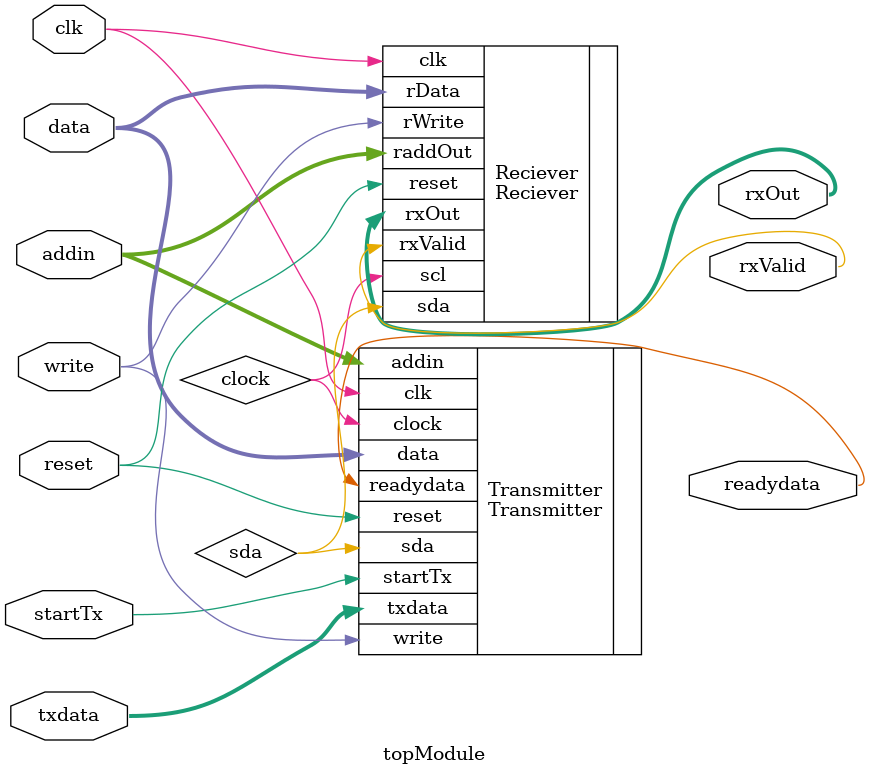
<source format=v>
module topModule(rxValid, rxOut, readydata, txdata, startTx, data, write, addin, reset, clk);

output readydata, rxValid;
output [31:0]rxOut;
input startTx, write, reset, clk;
input [31:0] txdata;
input [7:0]data;
input [3:0]addin;
wire clock, sda;

Transmitter Transmitter(.sda(sda),.clock(clock),.readydata(readydata),.txdata(txdata),.startTx(startTx),.data(data),.write(write),.addin(addin),.reset(reset),.clk(clk));
Reciever Reciever(.rxValid(rxValid), .rxOut(rxOut), .sda(sda), .scl(clock), .raddOut(addin), .rData(data), .rWrite(write), .reset(reset), .clk(clk));

endmodule


</source>
